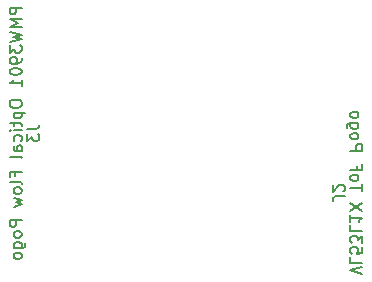
<source format=gbr>
G04 #@! TF.GenerationSoftware,KiCad,Pcbnew,9.0.3*
G04 #@! TF.CreationDate,2026-01-20T11:30:40+07:00*
G04 #@! TF.ProjectId,Mini_drone_PCB,4d696e69-5f64-4726-9f6e-655f5043422e,rev?*
G04 #@! TF.SameCoordinates,Original*
G04 #@! TF.FileFunction,AssemblyDrawing,Bot*
%FSLAX46Y46*%
G04 Gerber Fmt 4.6, Leading zero omitted, Abs format (unit mm)*
G04 Created by KiCad (PCBNEW 9.0.3) date 2026-01-20 11:30:40*
%MOMM*%
%LPD*%
G01*
G04 APERTURE LIST*
%ADD10C,0.150000*%
G04 APERTURE END LIST*
D10*
X126607532Y-85466669D02*
X125607532Y-85466669D01*
X125607532Y-85466669D02*
X125607532Y-85847621D01*
X125607532Y-85847621D02*
X125655151Y-85942859D01*
X125655151Y-85942859D02*
X125702770Y-85990478D01*
X125702770Y-85990478D02*
X125798008Y-86038097D01*
X125798008Y-86038097D02*
X125940865Y-86038097D01*
X125940865Y-86038097D02*
X126036103Y-85990478D01*
X126036103Y-85990478D02*
X126083722Y-85942859D01*
X126083722Y-85942859D02*
X126131341Y-85847621D01*
X126131341Y-85847621D02*
X126131341Y-85466669D01*
X126607532Y-86466669D02*
X125607532Y-86466669D01*
X125607532Y-86466669D02*
X126321817Y-86800002D01*
X126321817Y-86800002D02*
X125607532Y-87133335D01*
X125607532Y-87133335D02*
X126607532Y-87133335D01*
X125607532Y-87514288D02*
X126607532Y-87752383D01*
X126607532Y-87752383D02*
X125893246Y-87942859D01*
X125893246Y-87942859D02*
X126607532Y-88133335D01*
X126607532Y-88133335D02*
X125607532Y-88371431D01*
X125607532Y-88657145D02*
X125607532Y-89276192D01*
X125607532Y-89276192D02*
X125988484Y-88942859D01*
X125988484Y-88942859D02*
X125988484Y-89085716D01*
X125988484Y-89085716D02*
X126036103Y-89180954D01*
X126036103Y-89180954D02*
X126083722Y-89228573D01*
X126083722Y-89228573D02*
X126178960Y-89276192D01*
X126178960Y-89276192D02*
X126417055Y-89276192D01*
X126417055Y-89276192D02*
X126512293Y-89228573D01*
X126512293Y-89228573D02*
X126559913Y-89180954D01*
X126559913Y-89180954D02*
X126607532Y-89085716D01*
X126607532Y-89085716D02*
X126607532Y-88800002D01*
X126607532Y-88800002D02*
X126559913Y-88704764D01*
X126559913Y-88704764D02*
X126512293Y-88657145D01*
X126607532Y-89752383D02*
X126607532Y-89942859D01*
X126607532Y-89942859D02*
X126559913Y-90038097D01*
X126559913Y-90038097D02*
X126512293Y-90085716D01*
X126512293Y-90085716D02*
X126369436Y-90180954D01*
X126369436Y-90180954D02*
X126178960Y-90228573D01*
X126178960Y-90228573D02*
X125798008Y-90228573D01*
X125798008Y-90228573D02*
X125702770Y-90180954D01*
X125702770Y-90180954D02*
X125655151Y-90133335D01*
X125655151Y-90133335D02*
X125607532Y-90038097D01*
X125607532Y-90038097D02*
X125607532Y-89847621D01*
X125607532Y-89847621D02*
X125655151Y-89752383D01*
X125655151Y-89752383D02*
X125702770Y-89704764D01*
X125702770Y-89704764D02*
X125798008Y-89657145D01*
X125798008Y-89657145D02*
X126036103Y-89657145D01*
X126036103Y-89657145D02*
X126131341Y-89704764D01*
X126131341Y-89704764D02*
X126178960Y-89752383D01*
X126178960Y-89752383D02*
X126226579Y-89847621D01*
X126226579Y-89847621D02*
X126226579Y-90038097D01*
X126226579Y-90038097D02*
X126178960Y-90133335D01*
X126178960Y-90133335D02*
X126131341Y-90180954D01*
X126131341Y-90180954D02*
X126036103Y-90228573D01*
X125607532Y-90847621D02*
X125607532Y-90942859D01*
X125607532Y-90942859D02*
X125655151Y-91038097D01*
X125655151Y-91038097D02*
X125702770Y-91085716D01*
X125702770Y-91085716D02*
X125798008Y-91133335D01*
X125798008Y-91133335D02*
X125988484Y-91180954D01*
X125988484Y-91180954D02*
X126226579Y-91180954D01*
X126226579Y-91180954D02*
X126417055Y-91133335D01*
X126417055Y-91133335D02*
X126512293Y-91085716D01*
X126512293Y-91085716D02*
X126559913Y-91038097D01*
X126559913Y-91038097D02*
X126607532Y-90942859D01*
X126607532Y-90942859D02*
X126607532Y-90847621D01*
X126607532Y-90847621D02*
X126559913Y-90752383D01*
X126559913Y-90752383D02*
X126512293Y-90704764D01*
X126512293Y-90704764D02*
X126417055Y-90657145D01*
X126417055Y-90657145D02*
X126226579Y-90609526D01*
X126226579Y-90609526D02*
X125988484Y-90609526D01*
X125988484Y-90609526D02*
X125798008Y-90657145D01*
X125798008Y-90657145D02*
X125702770Y-90704764D01*
X125702770Y-90704764D02*
X125655151Y-90752383D01*
X125655151Y-90752383D02*
X125607532Y-90847621D01*
X126607532Y-92133335D02*
X126607532Y-91561907D01*
X126607532Y-91847621D02*
X125607532Y-91847621D01*
X125607532Y-91847621D02*
X125750389Y-91752383D01*
X125750389Y-91752383D02*
X125845627Y-91657145D01*
X125845627Y-91657145D02*
X125893246Y-91561907D01*
X125607532Y-93514288D02*
X125607532Y-93704764D01*
X125607532Y-93704764D02*
X125655151Y-93800002D01*
X125655151Y-93800002D02*
X125750389Y-93895240D01*
X125750389Y-93895240D02*
X125940865Y-93942859D01*
X125940865Y-93942859D02*
X126274198Y-93942859D01*
X126274198Y-93942859D02*
X126464674Y-93895240D01*
X126464674Y-93895240D02*
X126559913Y-93800002D01*
X126559913Y-93800002D02*
X126607532Y-93704764D01*
X126607532Y-93704764D02*
X126607532Y-93514288D01*
X126607532Y-93514288D02*
X126559913Y-93419050D01*
X126559913Y-93419050D02*
X126464674Y-93323812D01*
X126464674Y-93323812D02*
X126274198Y-93276193D01*
X126274198Y-93276193D02*
X125940865Y-93276193D01*
X125940865Y-93276193D02*
X125750389Y-93323812D01*
X125750389Y-93323812D02*
X125655151Y-93419050D01*
X125655151Y-93419050D02*
X125607532Y-93514288D01*
X125940865Y-94371431D02*
X126940865Y-94371431D01*
X125988484Y-94371431D02*
X125940865Y-94466669D01*
X125940865Y-94466669D02*
X125940865Y-94657145D01*
X125940865Y-94657145D02*
X125988484Y-94752383D01*
X125988484Y-94752383D02*
X126036103Y-94800002D01*
X126036103Y-94800002D02*
X126131341Y-94847621D01*
X126131341Y-94847621D02*
X126417055Y-94847621D01*
X126417055Y-94847621D02*
X126512293Y-94800002D01*
X126512293Y-94800002D02*
X126559913Y-94752383D01*
X126559913Y-94752383D02*
X126607532Y-94657145D01*
X126607532Y-94657145D02*
X126607532Y-94466669D01*
X126607532Y-94466669D02*
X126559913Y-94371431D01*
X125940865Y-95133336D02*
X125940865Y-95514288D01*
X125607532Y-95276193D02*
X126464674Y-95276193D01*
X126464674Y-95276193D02*
X126559913Y-95323812D01*
X126559913Y-95323812D02*
X126607532Y-95419050D01*
X126607532Y-95419050D02*
X126607532Y-95514288D01*
X126607532Y-95847622D02*
X125940865Y-95847622D01*
X125607532Y-95847622D02*
X125655151Y-95800003D01*
X125655151Y-95800003D02*
X125702770Y-95847622D01*
X125702770Y-95847622D02*
X125655151Y-95895241D01*
X125655151Y-95895241D02*
X125607532Y-95847622D01*
X125607532Y-95847622D02*
X125702770Y-95847622D01*
X126559913Y-96752383D02*
X126607532Y-96657145D01*
X126607532Y-96657145D02*
X126607532Y-96466669D01*
X126607532Y-96466669D02*
X126559913Y-96371431D01*
X126559913Y-96371431D02*
X126512293Y-96323812D01*
X126512293Y-96323812D02*
X126417055Y-96276193D01*
X126417055Y-96276193D02*
X126131341Y-96276193D01*
X126131341Y-96276193D02*
X126036103Y-96323812D01*
X126036103Y-96323812D02*
X125988484Y-96371431D01*
X125988484Y-96371431D02*
X125940865Y-96466669D01*
X125940865Y-96466669D02*
X125940865Y-96657145D01*
X125940865Y-96657145D02*
X125988484Y-96752383D01*
X126607532Y-97609526D02*
X126083722Y-97609526D01*
X126083722Y-97609526D02*
X125988484Y-97561907D01*
X125988484Y-97561907D02*
X125940865Y-97466669D01*
X125940865Y-97466669D02*
X125940865Y-97276193D01*
X125940865Y-97276193D02*
X125988484Y-97180955D01*
X126559913Y-97609526D02*
X126607532Y-97514288D01*
X126607532Y-97514288D02*
X126607532Y-97276193D01*
X126607532Y-97276193D02*
X126559913Y-97180955D01*
X126559913Y-97180955D02*
X126464674Y-97133336D01*
X126464674Y-97133336D02*
X126369436Y-97133336D01*
X126369436Y-97133336D02*
X126274198Y-97180955D01*
X126274198Y-97180955D02*
X126226579Y-97276193D01*
X126226579Y-97276193D02*
X126226579Y-97514288D01*
X126226579Y-97514288D02*
X126178960Y-97609526D01*
X126607532Y-98228574D02*
X126559913Y-98133336D01*
X126559913Y-98133336D02*
X126464674Y-98085717D01*
X126464674Y-98085717D02*
X125607532Y-98085717D01*
X126083722Y-99704765D02*
X126083722Y-99371432D01*
X126607532Y-99371432D02*
X125607532Y-99371432D01*
X125607532Y-99371432D02*
X125607532Y-99847622D01*
X126607532Y-100371432D02*
X126559913Y-100276194D01*
X126559913Y-100276194D02*
X126464674Y-100228575D01*
X126464674Y-100228575D02*
X125607532Y-100228575D01*
X126607532Y-100895242D02*
X126559913Y-100800004D01*
X126559913Y-100800004D02*
X126512293Y-100752385D01*
X126512293Y-100752385D02*
X126417055Y-100704766D01*
X126417055Y-100704766D02*
X126131341Y-100704766D01*
X126131341Y-100704766D02*
X126036103Y-100752385D01*
X126036103Y-100752385D02*
X125988484Y-100800004D01*
X125988484Y-100800004D02*
X125940865Y-100895242D01*
X125940865Y-100895242D02*
X125940865Y-101038099D01*
X125940865Y-101038099D02*
X125988484Y-101133337D01*
X125988484Y-101133337D02*
X126036103Y-101180956D01*
X126036103Y-101180956D02*
X126131341Y-101228575D01*
X126131341Y-101228575D02*
X126417055Y-101228575D01*
X126417055Y-101228575D02*
X126512293Y-101180956D01*
X126512293Y-101180956D02*
X126559913Y-101133337D01*
X126559913Y-101133337D02*
X126607532Y-101038099D01*
X126607532Y-101038099D02*
X126607532Y-100895242D01*
X125940865Y-101561909D02*
X126607532Y-101752385D01*
X126607532Y-101752385D02*
X126131341Y-101942861D01*
X126131341Y-101942861D02*
X126607532Y-102133337D01*
X126607532Y-102133337D02*
X125940865Y-102323813D01*
X126607532Y-103466671D02*
X125607532Y-103466671D01*
X125607532Y-103466671D02*
X125607532Y-103847623D01*
X125607532Y-103847623D02*
X125655151Y-103942861D01*
X125655151Y-103942861D02*
X125702770Y-103990480D01*
X125702770Y-103990480D02*
X125798008Y-104038099D01*
X125798008Y-104038099D02*
X125940865Y-104038099D01*
X125940865Y-104038099D02*
X126036103Y-103990480D01*
X126036103Y-103990480D02*
X126083722Y-103942861D01*
X126083722Y-103942861D02*
X126131341Y-103847623D01*
X126131341Y-103847623D02*
X126131341Y-103466671D01*
X126607532Y-104609528D02*
X126559913Y-104514290D01*
X126559913Y-104514290D02*
X126512293Y-104466671D01*
X126512293Y-104466671D02*
X126417055Y-104419052D01*
X126417055Y-104419052D02*
X126131341Y-104419052D01*
X126131341Y-104419052D02*
X126036103Y-104466671D01*
X126036103Y-104466671D02*
X125988484Y-104514290D01*
X125988484Y-104514290D02*
X125940865Y-104609528D01*
X125940865Y-104609528D02*
X125940865Y-104752385D01*
X125940865Y-104752385D02*
X125988484Y-104847623D01*
X125988484Y-104847623D02*
X126036103Y-104895242D01*
X126036103Y-104895242D02*
X126131341Y-104942861D01*
X126131341Y-104942861D02*
X126417055Y-104942861D01*
X126417055Y-104942861D02*
X126512293Y-104895242D01*
X126512293Y-104895242D02*
X126559913Y-104847623D01*
X126559913Y-104847623D02*
X126607532Y-104752385D01*
X126607532Y-104752385D02*
X126607532Y-104609528D01*
X125940865Y-105800004D02*
X126750389Y-105800004D01*
X126750389Y-105800004D02*
X126845627Y-105752385D01*
X126845627Y-105752385D02*
X126893246Y-105704766D01*
X126893246Y-105704766D02*
X126940865Y-105609528D01*
X126940865Y-105609528D02*
X126940865Y-105466671D01*
X126940865Y-105466671D02*
X126893246Y-105371433D01*
X126559913Y-105800004D02*
X126607532Y-105704766D01*
X126607532Y-105704766D02*
X126607532Y-105514290D01*
X126607532Y-105514290D02*
X126559913Y-105419052D01*
X126559913Y-105419052D02*
X126512293Y-105371433D01*
X126512293Y-105371433D02*
X126417055Y-105323814D01*
X126417055Y-105323814D02*
X126131341Y-105323814D01*
X126131341Y-105323814D02*
X126036103Y-105371433D01*
X126036103Y-105371433D02*
X125988484Y-105419052D01*
X125988484Y-105419052D02*
X125940865Y-105514290D01*
X125940865Y-105514290D02*
X125940865Y-105704766D01*
X125940865Y-105704766D02*
X125988484Y-105800004D01*
X126607532Y-106419052D02*
X126559913Y-106323814D01*
X126559913Y-106323814D02*
X126512293Y-106276195D01*
X126512293Y-106276195D02*
X126417055Y-106228576D01*
X126417055Y-106228576D02*
X126131341Y-106228576D01*
X126131341Y-106228576D02*
X126036103Y-106276195D01*
X126036103Y-106276195D02*
X125988484Y-106323814D01*
X125988484Y-106323814D02*
X125940865Y-106419052D01*
X125940865Y-106419052D02*
X125940865Y-106561909D01*
X125940865Y-106561909D02*
X125988484Y-106657147D01*
X125988484Y-106657147D02*
X126036103Y-106704766D01*
X126036103Y-106704766D02*
X126131341Y-106752385D01*
X126131341Y-106752385D02*
X126417055Y-106752385D01*
X126417055Y-106752385D02*
X126512293Y-106704766D01*
X126512293Y-106704766D02*
X126559913Y-106657147D01*
X126559913Y-106657147D02*
X126607532Y-106561909D01*
X126607532Y-106561909D02*
X126607532Y-106419052D01*
X127107532Y-95752384D02*
X127821817Y-95752384D01*
X127821817Y-95752384D02*
X127964674Y-95704765D01*
X127964674Y-95704765D02*
X128059913Y-95609527D01*
X128059913Y-95609527D02*
X128107532Y-95466670D01*
X128107532Y-95466670D02*
X128107532Y-95371432D01*
X127107532Y-96133337D02*
X127107532Y-96752384D01*
X127107532Y-96752384D02*
X127488484Y-96419051D01*
X127488484Y-96419051D02*
X127488484Y-96561908D01*
X127488484Y-96561908D02*
X127536103Y-96657146D01*
X127536103Y-96657146D02*
X127583722Y-96704765D01*
X127583722Y-96704765D02*
X127678960Y-96752384D01*
X127678960Y-96752384D02*
X127917055Y-96752384D01*
X127917055Y-96752384D02*
X128012293Y-96704765D01*
X128012293Y-96704765D02*
X128059913Y-96657146D01*
X128059913Y-96657146D02*
X128107532Y-96561908D01*
X128107532Y-96561908D02*
X128107532Y-96276194D01*
X128107532Y-96276194D02*
X128059913Y-96180956D01*
X128059913Y-96180956D02*
X128012293Y-96133337D01*
X155453380Y-108061564D02*
X154453380Y-107728231D01*
X154453380Y-107728231D02*
X155453380Y-107394898D01*
X154453380Y-106585374D02*
X154453380Y-107061564D01*
X154453380Y-107061564D02*
X155453380Y-107061564D01*
X155453380Y-105775850D02*
X155453380Y-106252040D01*
X155453380Y-106252040D02*
X154977190Y-106299659D01*
X154977190Y-106299659D02*
X155024809Y-106252040D01*
X155024809Y-106252040D02*
X155072428Y-106156802D01*
X155072428Y-106156802D02*
X155072428Y-105918707D01*
X155072428Y-105918707D02*
X155024809Y-105823469D01*
X155024809Y-105823469D02*
X154977190Y-105775850D01*
X154977190Y-105775850D02*
X154881952Y-105728231D01*
X154881952Y-105728231D02*
X154643857Y-105728231D01*
X154643857Y-105728231D02*
X154548619Y-105775850D01*
X154548619Y-105775850D02*
X154501000Y-105823469D01*
X154501000Y-105823469D02*
X154453380Y-105918707D01*
X154453380Y-105918707D02*
X154453380Y-106156802D01*
X154453380Y-106156802D02*
X154501000Y-106252040D01*
X154501000Y-106252040D02*
X154548619Y-106299659D01*
X155453380Y-105394897D02*
X155453380Y-104775850D01*
X155453380Y-104775850D02*
X155072428Y-105109183D01*
X155072428Y-105109183D02*
X155072428Y-104966326D01*
X155072428Y-104966326D02*
X155024809Y-104871088D01*
X155024809Y-104871088D02*
X154977190Y-104823469D01*
X154977190Y-104823469D02*
X154881952Y-104775850D01*
X154881952Y-104775850D02*
X154643857Y-104775850D01*
X154643857Y-104775850D02*
X154548619Y-104823469D01*
X154548619Y-104823469D02*
X154501000Y-104871088D01*
X154501000Y-104871088D02*
X154453380Y-104966326D01*
X154453380Y-104966326D02*
X154453380Y-105252040D01*
X154453380Y-105252040D02*
X154501000Y-105347278D01*
X154501000Y-105347278D02*
X154548619Y-105394897D01*
X154453380Y-103871088D02*
X154453380Y-104347278D01*
X154453380Y-104347278D02*
X155453380Y-104347278D01*
X154453380Y-103013945D02*
X154453380Y-103585373D01*
X154453380Y-103299659D02*
X155453380Y-103299659D01*
X155453380Y-103299659D02*
X155310523Y-103394897D01*
X155310523Y-103394897D02*
X155215285Y-103490135D01*
X155215285Y-103490135D02*
X155167666Y-103585373D01*
X155453380Y-102680611D02*
X154453380Y-102013945D01*
X155453380Y-102013945D02*
X154453380Y-102680611D01*
X155453380Y-101013944D02*
X155453380Y-100442516D01*
X154453380Y-100728230D02*
X155453380Y-100728230D01*
X154453380Y-99966325D02*
X154501000Y-100061563D01*
X154501000Y-100061563D02*
X154548619Y-100109182D01*
X154548619Y-100109182D02*
X154643857Y-100156801D01*
X154643857Y-100156801D02*
X154929571Y-100156801D01*
X154929571Y-100156801D02*
X155024809Y-100109182D01*
X155024809Y-100109182D02*
X155072428Y-100061563D01*
X155072428Y-100061563D02*
X155120047Y-99966325D01*
X155120047Y-99966325D02*
X155120047Y-99823468D01*
X155120047Y-99823468D02*
X155072428Y-99728230D01*
X155072428Y-99728230D02*
X155024809Y-99680611D01*
X155024809Y-99680611D02*
X154929571Y-99632992D01*
X154929571Y-99632992D02*
X154643857Y-99632992D01*
X154643857Y-99632992D02*
X154548619Y-99680611D01*
X154548619Y-99680611D02*
X154501000Y-99728230D01*
X154501000Y-99728230D02*
X154453380Y-99823468D01*
X154453380Y-99823468D02*
X154453380Y-99966325D01*
X154977190Y-98871087D02*
X154977190Y-99204420D01*
X154453380Y-99204420D02*
X155453380Y-99204420D01*
X155453380Y-99204420D02*
X155453380Y-98728230D01*
X154453380Y-97585372D02*
X155453380Y-97585372D01*
X155453380Y-97585372D02*
X155453380Y-97204420D01*
X155453380Y-97204420D02*
X155405761Y-97109182D01*
X155405761Y-97109182D02*
X155358142Y-97061563D01*
X155358142Y-97061563D02*
X155262904Y-97013944D01*
X155262904Y-97013944D02*
X155120047Y-97013944D01*
X155120047Y-97013944D02*
X155024809Y-97061563D01*
X155024809Y-97061563D02*
X154977190Y-97109182D01*
X154977190Y-97109182D02*
X154929571Y-97204420D01*
X154929571Y-97204420D02*
X154929571Y-97585372D01*
X154453380Y-96442515D02*
X154501000Y-96537753D01*
X154501000Y-96537753D02*
X154548619Y-96585372D01*
X154548619Y-96585372D02*
X154643857Y-96632991D01*
X154643857Y-96632991D02*
X154929571Y-96632991D01*
X154929571Y-96632991D02*
X155024809Y-96585372D01*
X155024809Y-96585372D02*
X155072428Y-96537753D01*
X155072428Y-96537753D02*
X155120047Y-96442515D01*
X155120047Y-96442515D02*
X155120047Y-96299658D01*
X155120047Y-96299658D02*
X155072428Y-96204420D01*
X155072428Y-96204420D02*
X155024809Y-96156801D01*
X155024809Y-96156801D02*
X154929571Y-96109182D01*
X154929571Y-96109182D02*
X154643857Y-96109182D01*
X154643857Y-96109182D02*
X154548619Y-96156801D01*
X154548619Y-96156801D02*
X154501000Y-96204420D01*
X154501000Y-96204420D02*
X154453380Y-96299658D01*
X154453380Y-96299658D02*
X154453380Y-96442515D01*
X155120047Y-95252039D02*
X154310523Y-95252039D01*
X154310523Y-95252039D02*
X154215285Y-95299658D01*
X154215285Y-95299658D02*
X154167666Y-95347277D01*
X154167666Y-95347277D02*
X154120047Y-95442515D01*
X154120047Y-95442515D02*
X154120047Y-95585372D01*
X154120047Y-95585372D02*
X154167666Y-95680610D01*
X154501000Y-95252039D02*
X154453380Y-95347277D01*
X154453380Y-95347277D02*
X154453380Y-95537753D01*
X154453380Y-95537753D02*
X154501000Y-95632991D01*
X154501000Y-95632991D02*
X154548619Y-95680610D01*
X154548619Y-95680610D02*
X154643857Y-95728229D01*
X154643857Y-95728229D02*
X154929571Y-95728229D01*
X154929571Y-95728229D02*
X155024809Y-95680610D01*
X155024809Y-95680610D02*
X155072428Y-95632991D01*
X155072428Y-95632991D02*
X155120047Y-95537753D01*
X155120047Y-95537753D02*
X155120047Y-95347277D01*
X155120047Y-95347277D02*
X155072428Y-95252039D01*
X154453380Y-94632991D02*
X154501000Y-94728229D01*
X154501000Y-94728229D02*
X154548619Y-94775848D01*
X154548619Y-94775848D02*
X154643857Y-94823467D01*
X154643857Y-94823467D02*
X154929571Y-94823467D01*
X154929571Y-94823467D02*
X155024809Y-94775848D01*
X155024809Y-94775848D02*
X155072428Y-94728229D01*
X155072428Y-94728229D02*
X155120047Y-94632991D01*
X155120047Y-94632991D02*
X155120047Y-94490134D01*
X155120047Y-94490134D02*
X155072428Y-94394896D01*
X155072428Y-94394896D02*
X155024809Y-94347277D01*
X155024809Y-94347277D02*
X154929571Y-94299658D01*
X154929571Y-94299658D02*
X154643857Y-94299658D01*
X154643857Y-94299658D02*
X154548619Y-94347277D01*
X154548619Y-94347277D02*
X154501000Y-94394896D01*
X154501000Y-94394896D02*
X154453380Y-94490134D01*
X154453380Y-94490134D02*
X154453380Y-94632991D01*
X153953380Y-101466326D02*
X153239095Y-101466326D01*
X153239095Y-101466326D02*
X153096238Y-101513945D01*
X153096238Y-101513945D02*
X153001000Y-101609183D01*
X153001000Y-101609183D02*
X152953380Y-101752040D01*
X152953380Y-101752040D02*
X152953380Y-101847278D01*
X153858142Y-101037754D02*
X153905761Y-100990135D01*
X153905761Y-100990135D02*
X153953380Y-100894897D01*
X153953380Y-100894897D02*
X153953380Y-100656802D01*
X153953380Y-100656802D02*
X153905761Y-100561564D01*
X153905761Y-100561564D02*
X153858142Y-100513945D01*
X153858142Y-100513945D02*
X153762904Y-100466326D01*
X153762904Y-100466326D02*
X153667666Y-100466326D01*
X153667666Y-100466326D02*
X153524809Y-100513945D01*
X153524809Y-100513945D02*
X152953380Y-101085373D01*
X152953380Y-101085373D02*
X152953380Y-100466326D01*
M02*

</source>
